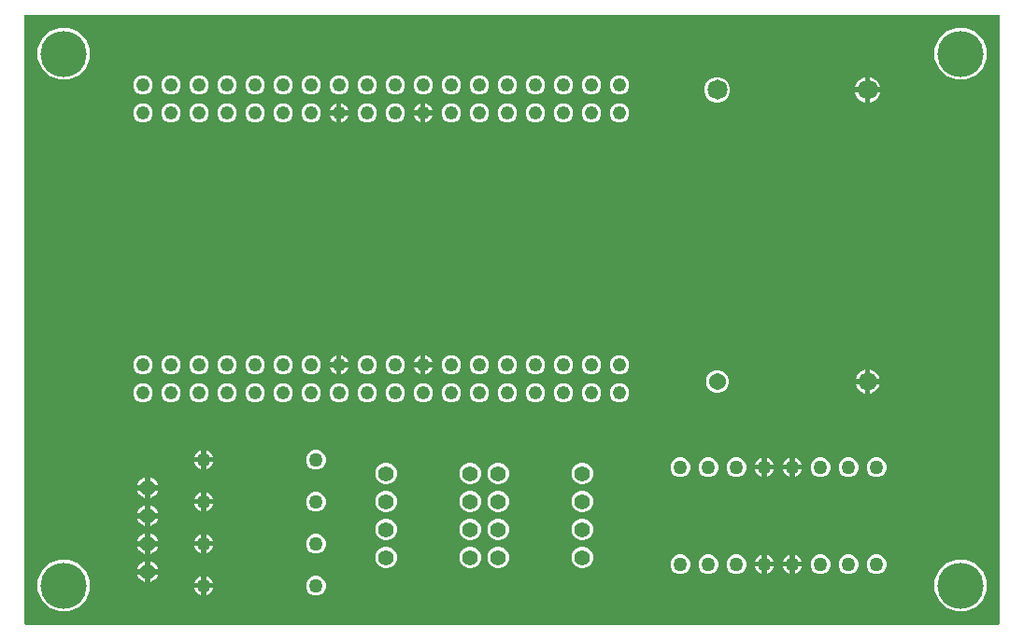
<source format=gbr>
G04 EAGLE Gerber RS-274X export*
G75*
%MOIN*%
%FSLAX34Y34*%
%LPD*%
%INCopper Layer 2*%
%IPPOS*%
%AMOC8*
5,1,8,0,0,1.08239X$1,22.5*%
G01*
%ADD10C,0.071654*%
%ADD11C,0.066142*%
%ADD12C,0.060630*%
%ADD13C,0.049000*%
%ADD14C,0.049606*%
%ADD15C,0.056000*%
%ADD16C,0.165000*%
%ADD17C,0.025780*%

G36*
X34855Y101D02*
X34855Y101D01*
X34860Y102D01*
X34861Y102D01*
X34862Y102D01*
X34867Y104D01*
X34872Y106D01*
X34873Y106D01*
X34874Y107D01*
X34878Y110D01*
X34882Y113D01*
X34883Y114D01*
X34884Y114D01*
X34887Y118D01*
X34890Y122D01*
X34891Y123D01*
X34892Y124D01*
X34894Y128D01*
X34896Y133D01*
X34896Y134D01*
X34897Y135D01*
X34899Y147D01*
X34899Y149D01*
X34899Y150D01*
X34899Y21850D01*
X34899Y21855D01*
X34898Y21860D01*
X34898Y21861D01*
X34898Y21862D01*
X34896Y21867D01*
X34894Y21872D01*
X34894Y21873D01*
X34893Y21874D01*
X34890Y21878D01*
X34887Y21882D01*
X34886Y21883D01*
X34886Y21884D01*
X34882Y21887D01*
X34878Y21890D01*
X34877Y21891D01*
X34876Y21892D01*
X34872Y21894D01*
X34867Y21896D01*
X34866Y21896D01*
X34865Y21897D01*
X34853Y21899D01*
X34851Y21899D01*
X34850Y21899D01*
X150Y21899D01*
X145Y21899D01*
X140Y21898D01*
X139Y21898D01*
X138Y21898D01*
X133Y21896D01*
X128Y21894D01*
X127Y21894D01*
X126Y21893D01*
X122Y21890D01*
X118Y21887D01*
X117Y21886D01*
X116Y21886D01*
X113Y21882D01*
X110Y21878D01*
X109Y21877D01*
X108Y21876D01*
X106Y21872D01*
X104Y21867D01*
X104Y21866D01*
X103Y21865D01*
X101Y21853D01*
X101Y21851D01*
X101Y21850D01*
X101Y150D01*
X101Y145D01*
X102Y140D01*
X102Y139D01*
X102Y138D01*
X104Y133D01*
X106Y128D01*
X106Y127D01*
X107Y126D01*
X110Y122D01*
X113Y118D01*
X114Y117D01*
X114Y116D01*
X118Y113D01*
X122Y110D01*
X123Y109D01*
X124Y108D01*
X128Y106D01*
X133Y104D01*
X134Y104D01*
X135Y103D01*
X147Y101D01*
X149Y101D01*
X150Y101D01*
X34850Y101D01*
X34855Y101D01*
G37*
%LPC*%
G36*
X33316Y19574D02*
X33316Y19574D01*
X32976Y19715D01*
X32715Y19976D01*
X32574Y20316D01*
X32574Y20684D01*
X32715Y21024D01*
X32976Y21285D01*
X33316Y21426D01*
X33684Y21426D01*
X34024Y21285D01*
X34285Y21024D01*
X34426Y20684D01*
X34426Y20316D01*
X34285Y19976D01*
X34024Y19715D01*
X33684Y19574D01*
X33316Y19574D01*
G37*
%LPD*%
%LPC*%
G36*
X1316Y19574D02*
X1316Y19574D01*
X976Y19715D01*
X715Y19976D01*
X574Y20316D01*
X574Y20684D01*
X715Y21024D01*
X976Y21285D01*
X1316Y21426D01*
X1684Y21426D01*
X2024Y21285D01*
X2285Y21024D01*
X2426Y20684D01*
X2426Y20316D01*
X2285Y19976D01*
X2024Y19715D01*
X1684Y19574D01*
X1316Y19574D01*
G37*
%LPD*%
%LPC*%
G36*
X1316Y574D02*
X1316Y574D01*
X976Y715D01*
X715Y976D01*
X574Y1316D01*
X574Y1684D01*
X715Y2024D01*
X976Y2285D01*
X1316Y2426D01*
X1684Y2426D01*
X2024Y2285D01*
X2285Y2024D01*
X2426Y1684D01*
X2426Y1316D01*
X2285Y976D01*
X2024Y715D01*
X1684Y574D01*
X1316Y574D01*
G37*
%LPD*%
%LPC*%
G36*
X33316Y574D02*
X33316Y574D01*
X32976Y715D01*
X32715Y976D01*
X32574Y1316D01*
X32574Y1684D01*
X32715Y2024D01*
X32976Y2285D01*
X33316Y2426D01*
X33684Y2426D01*
X34024Y2285D01*
X34285Y2024D01*
X34426Y1684D01*
X34426Y1316D01*
X34285Y976D01*
X34024Y715D01*
X33684Y574D01*
X33316Y574D01*
G37*
%LPD*%
%LPC*%
G36*
X24728Y18754D02*
X24728Y18754D01*
X24559Y18823D01*
X24430Y18953D01*
X24360Y19121D01*
X24360Y19304D01*
X24430Y19473D01*
X24559Y19602D01*
X24728Y19672D01*
X24910Y19672D01*
X25079Y19602D01*
X25208Y19473D01*
X25278Y19304D01*
X25278Y19121D01*
X25208Y18953D01*
X25079Y18823D01*
X24910Y18754D01*
X24728Y18754D01*
G37*
%LPD*%
%LPC*%
G36*
X24739Y8384D02*
X24739Y8384D01*
X24590Y8445D01*
X24476Y8559D01*
X24415Y8707D01*
X24415Y8868D01*
X24476Y9016D01*
X24590Y9130D01*
X24739Y9191D01*
X24899Y9191D01*
X25048Y9130D01*
X25161Y9016D01*
X25223Y8868D01*
X25223Y8707D01*
X25161Y8559D01*
X25048Y8445D01*
X24899Y8384D01*
X24739Y8384D01*
G37*
%LPD*%
%LPC*%
G36*
X16924Y3119D02*
X16924Y3119D01*
X16784Y3177D01*
X16677Y3284D01*
X16619Y3424D01*
X16619Y3576D01*
X16677Y3716D01*
X16784Y3823D01*
X16924Y3881D01*
X17076Y3881D01*
X17216Y3823D01*
X17323Y3716D01*
X17381Y3576D01*
X17381Y3424D01*
X17323Y3284D01*
X17216Y3177D01*
X17076Y3119D01*
X16924Y3119D01*
G37*
%LPD*%
%LPC*%
G36*
X19924Y3119D02*
X19924Y3119D01*
X19784Y3177D01*
X19677Y3284D01*
X19619Y3424D01*
X19619Y3576D01*
X19677Y3716D01*
X19784Y3823D01*
X19924Y3881D01*
X20076Y3881D01*
X20216Y3823D01*
X20323Y3716D01*
X20381Y3576D01*
X20381Y3424D01*
X20323Y3284D01*
X20216Y3177D01*
X20076Y3119D01*
X19924Y3119D01*
G37*
%LPD*%
%LPC*%
G36*
X12924Y4119D02*
X12924Y4119D01*
X12784Y4177D01*
X12677Y4284D01*
X12619Y4424D01*
X12619Y4576D01*
X12677Y4716D01*
X12784Y4823D01*
X12924Y4881D01*
X13076Y4881D01*
X13216Y4823D01*
X13323Y4716D01*
X13381Y4576D01*
X13381Y4424D01*
X13323Y4284D01*
X13216Y4177D01*
X13076Y4119D01*
X12924Y4119D01*
G37*
%LPD*%
%LPC*%
G36*
X15924Y4119D02*
X15924Y4119D01*
X15784Y4177D01*
X15677Y4284D01*
X15619Y4424D01*
X15619Y4576D01*
X15677Y4716D01*
X15784Y4823D01*
X15924Y4881D01*
X16076Y4881D01*
X16216Y4823D01*
X16323Y4716D01*
X16381Y4576D01*
X16381Y4424D01*
X16323Y4284D01*
X16216Y4177D01*
X16076Y4119D01*
X15924Y4119D01*
G37*
%LPD*%
%LPC*%
G36*
X16924Y4119D02*
X16924Y4119D01*
X16784Y4177D01*
X16677Y4284D01*
X16619Y4424D01*
X16619Y4576D01*
X16677Y4716D01*
X16784Y4823D01*
X16924Y4881D01*
X17076Y4881D01*
X17216Y4823D01*
X17323Y4716D01*
X17381Y4576D01*
X17381Y4424D01*
X17323Y4284D01*
X17216Y4177D01*
X17076Y4119D01*
X16924Y4119D01*
G37*
%LPD*%
%LPC*%
G36*
X19924Y4119D02*
X19924Y4119D01*
X19784Y4177D01*
X19677Y4284D01*
X19619Y4424D01*
X19619Y4576D01*
X19677Y4716D01*
X19784Y4823D01*
X19924Y4881D01*
X20076Y4881D01*
X20216Y4823D01*
X20323Y4716D01*
X20381Y4576D01*
X20381Y4424D01*
X20323Y4284D01*
X20216Y4177D01*
X20076Y4119D01*
X19924Y4119D01*
G37*
%LPD*%
%LPC*%
G36*
X16924Y5119D02*
X16924Y5119D01*
X16784Y5177D01*
X16677Y5284D01*
X16619Y5424D01*
X16619Y5576D01*
X16677Y5716D01*
X16784Y5823D01*
X16924Y5881D01*
X17076Y5881D01*
X17216Y5823D01*
X17323Y5716D01*
X17381Y5576D01*
X17381Y5424D01*
X17323Y5284D01*
X17216Y5177D01*
X17076Y5119D01*
X16924Y5119D01*
G37*
%LPD*%
%LPC*%
G36*
X19924Y5119D02*
X19924Y5119D01*
X19784Y5177D01*
X19677Y5284D01*
X19619Y5424D01*
X19619Y5576D01*
X19677Y5716D01*
X19784Y5823D01*
X19924Y5881D01*
X20076Y5881D01*
X20216Y5823D01*
X20323Y5716D01*
X20381Y5576D01*
X20381Y5424D01*
X20323Y5284D01*
X20216Y5177D01*
X20076Y5119D01*
X19924Y5119D01*
G37*
%LPD*%
%LPC*%
G36*
X15924Y5119D02*
X15924Y5119D01*
X15784Y5177D01*
X15677Y5284D01*
X15619Y5424D01*
X15619Y5576D01*
X15677Y5716D01*
X15784Y5823D01*
X15924Y5881D01*
X16076Y5881D01*
X16216Y5823D01*
X16323Y5716D01*
X16381Y5576D01*
X16381Y5424D01*
X16323Y5284D01*
X16216Y5177D01*
X16076Y5119D01*
X15924Y5119D01*
G37*
%LPD*%
%LPC*%
G36*
X12924Y5119D02*
X12924Y5119D01*
X12784Y5177D01*
X12677Y5284D01*
X12619Y5424D01*
X12619Y5576D01*
X12677Y5716D01*
X12784Y5823D01*
X12924Y5881D01*
X13076Y5881D01*
X13216Y5823D01*
X13323Y5716D01*
X13381Y5576D01*
X13381Y5424D01*
X13323Y5284D01*
X13216Y5177D01*
X13076Y5119D01*
X12924Y5119D01*
G37*
%LPD*%
%LPC*%
G36*
X12924Y3119D02*
X12924Y3119D01*
X12784Y3177D01*
X12677Y3284D01*
X12619Y3424D01*
X12619Y3576D01*
X12677Y3716D01*
X12784Y3823D01*
X12924Y3881D01*
X13076Y3881D01*
X13216Y3823D01*
X13323Y3716D01*
X13381Y3576D01*
X13381Y3424D01*
X13323Y3284D01*
X13216Y3177D01*
X13076Y3119D01*
X12924Y3119D01*
G37*
%LPD*%
%LPC*%
G36*
X16924Y2119D02*
X16924Y2119D01*
X16784Y2177D01*
X16677Y2284D01*
X16619Y2424D01*
X16619Y2576D01*
X16677Y2716D01*
X16784Y2823D01*
X16924Y2881D01*
X17076Y2881D01*
X17216Y2823D01*
X17323Y2716D01*
X17381Y2576D01*
X17381Y2424D01*
X17323Y2284D01*
X17216Y2177D01*
X17076Y2119D01*
X16924Y2119D01*
G37*
%LPD*%
%LPC*%
G36*
X19924Y2119D02*
X19924Y2119D01*
X19784Y2177D01*
X19677Y2284D01*
X19619Y2424D01*
X19619Y2576D01*
X19677Y2716D01*
X19784Y2823D01*
X19924Y2881D01*
X20076Y2881D01*
X20216Y2823D01*
X20323Y2716D01*
X20381Y2576D01*
X20381Y2424D01*
X20323Y2284D01*
X20216Y2177D01*
X20076Y2119D01*
X19924Y2119D01*
G37*
%LPD*%
%LPC*%
G36*
X12924Y2119D02*
X12924Y2119D01*
X12784Y2177D01*
X12677Y2284D01*
X12619Y2424D01*
X12619Y2576D01*
X12677Y2716D01*
X12784Y2823D01*
X12924Y2881D01*
X13076Y2881D01*
X13216Y2823D01*
X13323Y2716D01*
X13381Y2576D01*
X13381Y2424D01*
X13323Y2284D01*
X13216Y2177D01*
X13076Y2119D01*
X12924Y2119D01*
G37*
%LPD*%
%LPC*%
G36*
X15924Y2119D02*
X15924Y2119D01*
X15784Y2177D01*
X15677Y2284D01*
X15619Y2424D01*
X15619Y2576D01*
X15677Y2716D01*
X15784Y2823D01*
X15924Y2881D01*
X16076Y2881D01*
X16216Y2823D01*
X16323Y2716D01*
X16381Y2576D01*
X16381Y2424D01*
X16323Y2284D01*
X16216Y2177D01*
X16076Y2119D01*
X15924Y2119D01*
G37*
%LPD*%
%LPC*%
G36*
X15924Y3119D02*
X15924Y3119D01*
X15784Y3177D01*
X15677Y3284D01*
X15619Y3424D01*
X15619Y3576D01*
X15677Y3716D01*
X15784Y3823D01*
X15924Y3881D01*
X16076Y3881D01*
X16216Y3823D01*
X16323Y3716D01*
X16381Y3576D01*
X16381Y3424D01*
X16323Y3284D01*
X16216Y3177D01*
X16076Y3119D01*
X15924Y3119D01*
G37*
%LPD*%
%LPC*%
G36*
X10431Y1151D02*
X10431Y1151D01*
X10302Y1204D01*
X10204Y1302D01*
X10151Y1431D01*
X10151Y1569D01*
X10204Y1698D01*
X10302Y1796D01*
X10431Y1849D01*
X10569Y1849D01*
X10698Y1796D01*
X10796Y1698D01*
X10849Y1569D01*
X10849Y1431D01*
X10796Y1302D01*
X10698Y1204D01*
X10569Y1151D01*
X10431Y1151D01*
G37*
%LPD*%
%LPC*%
G36*
X29431Y5384D02*
X29431Y5384D01*
X29302Y5437D01*
X29204Y5535D01*
X29151Y5663D01*
X29151Y5802D01*
X29204Y5930D01*
X29302Y6028D01*
X29431Y6081D01*
X29569Y6081D01*
X29698Y6028D01*
X29796Y5930D01*
X29849Y5802D01*
X29849Y5663D01*
X29796Y5535D01*
X29698Y5437D01*
X29569Y5384D01*
X29431Y5384D01*
G37*
%LPD*%
%LPC*%
G36*
X30431Y5384D02*
X30431Y5384D01*
X30302Y5437D01*
X30204Y5535D01*
X30151Y5663D01*
X30151Y5802D01*
X30204Y5930D01*
X30302Y6028D01*
X30431Y6081D01*
X30569Y6081D01*
X30698Y6028D01*
X30796Y5930D01*
X30849Y5802D01*
X30849Y5663D01*
X30796Y5535D01*
X30698Y5437D01*
X30569Y5384D01*
X30431Y5384D01*
G37*
%LPD*%
%LPC*%
G36*
X23431Y5384D02*
X23431Y5384D01*
X23302Y5437D01*
X23204Y5535D01*
X23151Y5663D01*
X23151Y5802D01*
X23204Y5930D01*
X23302Y6028D01*
X23431Y6081D01*
X23569Y6081D01*
X23698Y6028D01*
X23796Y5930D01*
X23849Y5802D01*
X23849Y5663D01*
X23796Y5535D01*
X23698Y5437D01*
X23569Y5384D01*
X23431Y5384D01*
G37*
%LPD*%
%LPC*%
G36*
X30431Y1919D02*
X30431Y1919D01*
X30302Y1972D01*
X30204Y2070D01*
X30151Y2198D01*
X30151Y2337D01*
X30204Y2465D01*
X30302Y2563D01*
X30431Y2616D01*
X30569Y2616D01*
X30698Y2563D01*
X30796Y2465D01*
X30849Y2337D01*
X30849Y2198D01*
X30796Y2070D01*
X30698Y1972D01*
X30569Y1919D01*
X30431Y1919D01*
G37*
%LPD*%
%LPC*%
G36*
X24431Y5384D02*
X24431Y5384D01*
X24302Y5437D01*
X24204Y5535D01*
X24151Y5663D01*
X24151Y5802D01*
X24204Y5930D01*
X24302Y6028D01*
X24431Y6081D01*
X24569Y6081D01*
X24698Y6028D01*
X24796Y5930D01*
X24849Y5802D01*
X24849Y5663D01*
X24796Y5535D01*
X24698Y5437D01*
X24569Y5384D01*
X24431Y5384D01*
G37*
%LPD*%
%LPC*%
G36*
X10431Y5651D02*
X10431Y5651D01*
X10302Y5704D01*
X10204Y5802D01*
X10151Y5931D01*
X10151Y6069D01*
X10204Y6198D01*
X10302Y6296D01*
X10431Y6349D01*
X10569Y6349D01*
X10698Y6296D01*
X10796Y6198D01*
X10849Y6069D01*
X10849Y5931D01*
X10796Y5802D01*
X10698Y5704D01*
X10569Y5651D01*
X10431Y5651D01*
G37*
%LPD*%
%LPC*%
G36*
X10431Y2651D02*
X10431Y2651D01*
X10302Y2704D01*
X10204Y2802D01*
X10151Y2931D01*
X10151Y3069D01*
X10204Y3198D01*
X10302Y3296D01*
X10431Y3349D01*
X10569Y3349D01*
X10698Y3296D01*
X10796Y3198D01*
X10849Y3069D01*
X10849Y2931D01*
X10796Y2802D01*
X10698Y2704D01*
X10569Y2651D01*
X10431Y2651D01*
G37*
%LPD*%
%LPC*%
G36*
X24431Y1919D02*
X24431Y1919D01*
X24302Y1972D01*
X24204Y2070D01*
X24151Y2198D01*
X24151Y2337D01*
X24204Y2465D01*
X24302Y2563D01*
X24431Y2616D01*
X24569Y2616D01*
X24698Y2563D01*
X24796Y2465D01*
X24849Y2337D01*
X24849Y2198D01*
X24796Y2070D01*
X24698Y1972D01*
X24569Y1919D01*
X24431Y1919D01*
G37*
%LPD*%
%LPC*%
G36*
X23431Y1919D02*
X23431Y1919D01*
X23302Y1972D01*
X23204Y2070D01*
X23151Y2198D01*
X23151Y2337D01*
X23204Y2465D01*
X23302Y2563D01*
X23431Y2616D01*
X23569Y2616D01*
X23698Y2563D01*
X23796Y2465D01*
X23849Y2337D01*
X23849Y2198D01*
X23796Y2070D01*
X23698Y1972D01*
X23569Y1919D01*
X23431Y1919D01*
G37*
%LPD*%
%LPC*%
G36*
X10431Y4151D02*
X10431Y4151D01*
X10302Y4204D01*
X10204Y4302D01*
X10151Y4431D01*
X10151Y4569D01*
X10204Y4698D01*
X10302Y4796D01*
X10431Y4849D01*
X10569Y4849D01*
X10698Y4796D01*
X10796Y4698D01*
X10849Y4569D01*
X10849Y4431D01*
X10796Y4302D01*
X10698Y4204D01*
X10569Y4151D01*
X10431Y4151D01*
G37*
%LPD*%
%LPC*%
G36*
X29431Y1919D02*
X29431Y1919D01*
X29302Y1972D01*
X29204Y2070D01*
X29151Y2198D01*
X29151Y2337D01*
X29204Y2465D01*
X29302Y2563D01*
X29431Y2616D01*
X29569Y2616D01*
X29698Y2563D01*
X29796Y2465D01*
X29849Y2337D01*
X29849Y2198D01*
X29796Y2070D01*
X29698Y1972D01*
X29569Y1919D01*
X29431Y1919D01*
G37*
%LPD*%
%LPC*%
G36*
X28431Y1919D02*
X28431Y1919D01*
X28302Y1972D01*
X28204Y2070D01*
X28151Y2198D01*
X28151Y2337D01*
X28204Y2465D01*
X28302Y2563D01*
X28431Y2616D01*
X28569Y2616D01*
X28698Y2563D01*
X28796Y2465D01*
X28849Y2337D01*
X28849Y2198D01*
X28796Y2070D01*
X28698Y1972D01*
X28569Y1919D01*
X28431Y1919D01*
G37*
%LPD*%
%LPC*%
G36*
X25431Y1919D02*
X25431Y1919D01*
X25302Y1972D01*
X25204Y2070D01*
X25151Y2198D01*
X25151Y2337D01*
X25204Y2465D01*
X25302Y2563D01*
X25431Y2616D01*
X25569Y2616D01*
X25698Y2563D01*
X25796Y2465D01*
X25849Y2337D01*
X25849Y2198D01*
X25796Y2070D01*
X25698Y1972D01*
X25569Y1919D01*
X25431Y1919D01*
G37*
%LPD*%
%LPC*%
G36*
X28431Y5384D02*
X28431Y5384D01*
X28302Y5437D01*
X28204Y5535D01*
X28151Y5663D01*
X28151Y5802D01*
X28204Y5930D01*
X28302Y6028D01*
X28431Y6081D01*
X28569Y6081D01*
X28698Y6028D01*
X28796Y5930D01*
X28849Y5802D01*
X28849Y5663D01*
X28796Y5535D01*
X28698Y5437D01*
X28569Y5384D01*
X28431Y5384D01*
G37*
%LPD*%
%LPC*%
G36*
X25431Y5384D02*
X25431Y5384D01*
X25302Y5437D01*
X25204Y5535D01*
X25151Y5663D01*
X25151Y5802D01*
X25204Y5930D01*
X25302Y6028D01*
X25431Y6081D01*
X25569Y6081D01*
X25698Y6028D01*
X25796Y5930D01*
X25849Y5802D01*
X25849Y5663D01*
X25796Y5535D01*
X25698Y5437D01*
X25569Y5384D01*
X25431Y5384D01*
G37*
%LPD*%
%LPC*%
G36*
X21258Y19044D02*
X21258Y19044D01*
X21131Y19097D01*
X21034Y19194D01*
X20981Y19321D01*
X20981Y19459D01*
X21034Y19586D01*
X21131Y19683D01*
X21258Y19736D01*
X21396Y19736D01*
X21523Y19683D01*
X21620Y19586D01*
X21673Y19459D01*
X21673Y19321D01*
X21620Y19194D01*
X21523Y19097D01*
X21396Y19044D01*
X21258Y19044D01*
G37*
%LPD*%
%LPC*%
G36*
X20258Y19044D02*
X20258Y19044D01*
X20131Y19097D01*
X20034Y19194D01*
X19981Y19321D01*
X19981Y19459D01*
X20034Y19586D01*
X20131Y19683D01*
X20258Y19736D01*
X20396Y19736D01*
X20523Y19683D01*
X20620Y19586D01*
X20673Y19459D01*
X20673Y19321D01*
X20620Y19194D01*
X20523Y19097D01*
X20396Y19044D01*
X20258Y19044D01*
G37*
%LPD*%
%LPC*%
G36*
X19258Y19044D02*
X19258Y19044D01*
X19131Y19097D01*
X19034Y19194D01*
X18981Y19321D01*
X18981Y19459D01*
X19034Y19586D01*
X19131Y19683D01*
X19258Y19736D01*
X19396Y19736D01*
X19523Y19683D01*
X19620Y19586D01*
X19673Y19459D01*
X19673Y19321D01*
X19620Y19194D01*
X19523Y19097D01*
X19396Y19044D01*
X19258Y19044D01*
G37*
%LPD*%
%LPC*%
G36*
X18258Y19044D02*
X18258Y19044D01*
X18131Y19097D01*
X18034Y19194D01*
X17981Y19321D01*
X17981Y19459D01*
X18034Y19586D01*
X18131Y19683D01*
X18258Y19736D01*
X18396Y19736D01*
X18523Y19683D01*
X18620Y19586D01*
X18673Y19459D01*
X18673Y19321D01*
X18620Y19194D01*
X18523Y19097D01*
X18396Y19044D01*
X18258Y19044D01*
G37*
%LPD*%
%LPC*%
G36*
X17258Y19044D02*
X17258Y19044D01*
X17131Y19097D01*
X17034Y19194D01*
X16981Y19321D01*
X16981Y19459D01*
X17034Y19586D01*
X17131Y19683D01*
X17258Y19736D01*
X17396Y19736D01*
X17523Y19683D01*
X17620Y19586D01*
X17673Y19459D01*
X17673Y19321D01*
X17620Y19194D01*
X17523Y19097D01*
X17396Y19044D01*
X17258Y19044D01*
G37*
%LPD*%
%LPC*%
G36*
X16258Y19044D02*
X16258Y19044D01*
X16131Y19097D01*
X16034Y19194D01*
X15981Y19321D01*
X15981Y19459D01*
X16034Y19586D01*
X16131Y19683D01*
X16258Y19736D01*
X16396Y19736D01*
X16523Y19683D01*
X16620Y19586D01*
X16673Y19459D01*
X16673Y19321D01*
X16620Y19194D01*
X16523Y19097D01*
X16396Y19044D01*
X16258Y19044D01*
G37*
%LPD*%
%LPC*%
G36*
X15258Y19044D02*
X15258Y19044D01*
X15131Y19097D01*
X15034Y19194D01*
X14981Y19321D01*
X14981Y19459D01*
X15034Y19586D01*
X15131Y19683D01*
X15258Y19736D01*
X15396Y19736D01*
X15523Y19683D01*
X15620Y19586D01*
X15673Y19459D01*
X15673Y19321D01*
X15620Y19194D01*
X15523Y19097D01*
X15396Y19044D01*
X15258Y19044D01*
G37*
%LPD*%
%LPC*%
G36*
X14258Y19044D02*
X14258Y19044D01*
X14131Y19097D01*
X14034Y19194D01*
X13981Y19321D01*
X13981Y19459D01*
X14034Y19586D01*
X14131Y19683D01*
X14258Y19736D01*
X14396Y19736D01*
X14523Y19683D01*
X14620Y19586D01*
X14673Y19459D01*
X14673Y19321D01*
X14620Y19194D01*
X14523Y19097D01*
X14396Y19044D01*
X14258Y19044D01*
G37*
%LPD*%
%LPC*%
G36*
X13258Y19044D02*
X13258Y19044D01*
X13131Y19097D01*
X13034Y19194D01*
X12981Y19321D01*
X12981Y19459D01*
X13034Y19586D01*
X13131Y19683D01*
X13258Y19736D01*
X13396Y19736D01*
X13523Y19683D01*
X13620Y19586D01*
X13673Y19459D01*
X13673Y19321D01*
X13620Y19194D01*
X13523Y19097D01*
X13396Y19044D01*
X13258Y19044D01*
G37*
%LPD*%
%LPC*%
G36*
X12258Y19044D02*
X12258Y19044D01*
X12131Y19097D01*
X12034Y19194D01*
X11981Y19321D01*
X11981Y19459D01*
X12034Y19586D01*
X12131Y19683D01*
X12258Y19736D01*
X12396Y19736D01*
X12523Y19683D01*
X12620Y19586D01*
X12673Y19459D01*
X12673Y19321D01*
X12620Y19194D01*
X12523Y19097D01*
X12396Y19044D01*
X12258Y19044D01*
G37*
%LPD*%
%LPC*%
G36*
X10258Y19044D02*
X10258Y19044D01*
X10131Y19097D01*
X10034Y19194D01*
X9981Y19321D01*
X9981Y19459D01*
X10034Y19586D01*
X10131Y19683D01*
X10258Y19736D01*
X10396Y19736D01*
X10523Y19683D01*
X10620Y19586D01*
X10673Y19459D01*
X10673Y19321D01*
X10620Y19194D01*
X10523Y19097D01*
X10396Y19044D01*
X10258Y19044D01*
G37*
%LPD*%
%LPC*%
G36*
X9258Y19044D02*
X9258Y19044D01*
X9131Y19097D01*
X9034Y19194D01*
X8981Y19321D01*
X8981Y19459D01*
X9034Y19586D01*
X9131Y19683D01*
X9258Y19736D01*
X9396Y19736D01*
X9523Y19683D01*
X9620Y19586D01*
X9673Y19459D01*
X9673Y19321D01*
X9620Y19194D01*
X9523Y19097D01*
X9396Y19044D01*
X9258Y19044D01*
G37*
%LPD*%
%LPC*%
G36*
X8258Y19044D02*
X8258Y19044D01*
X8131Y19097D01*
X8034Y19194D01*
X7981Y19321D01*
X7981Y19459D01*
X8034Y19586D01*
X8131Y19683D01*
X8258Y19736D01*
X8396Y19736D01*
X8523Y19683D01*
X8620Y19586D01*
X8673Y19459D01*
X8673Y19321D01*
X8620Y19194D01*
X8523Y19097D01*
X8396Y19044D01*
X8258Y19044D01*
G37*
%LPD*%
%LPC*%
G36*
X7258Y19044D02*
X7258Y19044D01*
X7131Y19097D01*
X7034Y19194D01*
X6981Y19321D01*
X6981Y19459D01*
X7034Y19586D01*
X7131Y19683D01*
X7258Y19736D01*
X7396Y19736D01*
X7523Y19683D01*
X7620Y19586D01*
X7673Y19459D01*
X7673Y19321D01*
X7620Y19194D01*
X7523Y19097D01*
X7396Y19044D01*
X7258Y19044D01*
G37*
%LPD*%
%LPC*%
G36*
X6258Y19044D02*
X6258Y19044D01*
X6131Y19097D01*
X6034Y19194D01*
X5981Y19321D01*
X5981Y19459D01*
X6034Y19586D01*
X6131Y19683D01*
X6258Y19736D01*
X6396Y19736D01*
X6523Y19683D01*
X6620Y19586D01*
X6673Y19459D01*
X6673Y19321D01*
X6620Y19194D01*
X6523Y19097D01*
X6396Y19044D01*
X6258Y19044D01*
G37*
%LPD*%
%LPC*%
G36*
X5258Y19044D02*
X5258Y19044D01*
X5131Y19097D01*
X5034Y19194D01*
X4981Y19321D01*
X4981Y19459D01*
X5034Y19586D01*
X5131Y19683D01*
X5258Y19736D01*
X5396Y19736D01*
X5523Y19683D01*
X5620Y19586D01*
X5673Y19459D01*
X5673Y19321D01*
X5620Y19194D01*
X5523Y19097D01*
X5396Y19044D01*
X5258Y19044D01*
G37*
%LPD*%
%LPC*%
G36*
X4258Y19044D02*
X4258Y19044D01*
X4131Y19097D01*
X4034Y19194D01*
X3981Y19321D01*
X3981Y19459D01*
X4034Y19586D01*
X4131Y19683D01*
X4258Y19736D01*
X4396Y19736D01*
X4523Y19683D01*
X4620Y19586D01*
X4673Y19459D01*
X4673Y19321D01*
X4620Y19194D01*
X4523Y19097D01*
X4396Y19044D01*
X4258Y19044D01*
G37*
%LPD*%
%LPC*%
G36*
X21258Y8044D02*
X21258Y8044D01*
X21131Y8097D01*
X21034Y8194D01*
X20981Y8321D01*
X20981Y8459D01*
X21034Y8586D01*
X21131Y8683D01*
X21258Y8736D01*
X21396Y8736D01*
X21523Y8683D01*
X21620Y8586D01*
X21673Y8459D01*
X21673Y8321D01*
X21620Y8194D01*
X21523Y8097D01*
X21396Y8044D01*
X21258Y8044D01*
G37*
%LPD*%
%LPC*%
G36*
X10258Y8044D02*
X10258Y8044D01*
X10131Y8097D01*
X10034Y8194D01*
X9981Y8321D01*
X9981Y8459D01*
X10034Y8586D01*
X10131Y8683D01*
X10258Y8736D01*
X10396Y8736D01*
X10523Y8683D01*
X10620Y8586D01*
X10673Y8459D01*
X10673Y8321D01*
X10620Y8194D01*
X10523Y8097D01*
X10396Y8044D01*
X10258Y8044D01*
G37*
%LPD*%
%LPC*%
G36*
X11258Y19044D02*
X11258Y19044D01*
X11131Y19097D01*
X11034Y19194D01*
X10981Y19321D01*
X10981Y19459D01*
X11034Y19586D01*
X11131Y19683D01*
X11258Y19736D01*
X11396Y19736D01*
X11523Y19683D01*
X11620Y19586D01*
X11673Y19459D01*
X11673Y19321D01*
X11620Y19194D01*
X11523Y19097D01*
X11396Y19044D01*
X11258Y19044D01*
G37*
%LPD*%
%LPC*%
G36*
X5258Y18044D02*
X5258Y18044D01*
X5131Y18097D01*
X5034Y18194D01*
X4981Y18321D01*
X4981Y18459D01*
X5034Y18586D01*
X5131Y18683D01*
X5258Y18736D01*
X5396Y18736D01*
X5523Y18683D01*
X5620Y18586D01*
X5673Y18459D01*
X5673Y18321D01*
X5620Y18194D01*
X5523Y18097D01*
X5396Y18044D01*
X5258Y18044D01*
G37*
%LPD*%
%LPC*%
G36*
X4258Y18044D02*
X4258Y18044D01*
X4131Y18097D01*
X4034Y18194D01*
X3981Y18321D01*
X3981Y18459D01*
X4034Y18586D01*
X4131Y18683D01*
X4258Y18736D01*
X4396Y18736D01*
X4523Y18683D01*
X4620Y18586D01*
X4673Y18459D01*
X4673Y18321D01*
X4620Y18194D01*
X4523Y18097D01*
X4396Y18044D01*
X4258Y18044D01*
G37*
%LPD*%
%LPC*%
G36*
X21258Y18044D02*
X21258Y18044D01*
X21131Y18097D01*
X21034Y18194D01*
X20981Y18321D01*
X20981Y18459D01*
X21034Y18586D01*
X21131Y18683D01*
X21258Y18736D01*
X21396Y18736D01*
X21523Y18683D01*
X21620Y18586D01*
X21673Y18459D01*
X21673Y18321D01*
X21620Y18194D01*
X21523Y18097D01*
X21396Y18044D01*
X21258Y18044D01*
G37*
%LPD*%
%LPC*%
G36*
X20258Y18044D02*
X20258Y18044D01*
X20131Y18097D01*
X20034Y18194D01*
X19981Y18321D01*
X19981Y18459D01*
X20034Y18586D01*
X20131Y18683D01*
X20258Y18736D01*
X20396Y18736D01*
X20523Y18683D01*
X20620Y18586D01*
X20673Y18459D01*
X20673Y18321D01*
X20620Y18194D01*
X20523Y18097D01*
X20396Y18044D01*
X20258Y18044D01*
G37*
%LPD*%
%LPC*%
G36*
X19258Y18044D02*
X19258Y18044D01*
X19131Y18097D01*
X19034Y18194D01*
X18981Y18321D01*
X18981Y18459D01*
X19034Y18586D01*
X19131Y18683D01*
X19258Y18736D01*
X19396Y18736D01*
X19523Y18683D01*
X19620Y18586D01*
X19673Y18459D01*
X19673Y18321D01*
X19620Y18194D01*
X19523Y18097D01*
X19396Y18044D01*
X19258Y18044D01*
G37*
%LPD*%
%LPC*%
G36*
X18258Y18044D02*
X18258Y18044D01*
X18131Y18097D01*
X18034Y18194D01*
X17981Y18321D01*
X17981Y18459D01*
X18034Y18586D01*
X18131Y18683D01*
X18258Y18736D01*
X18396Y18736D01*
X18523Y18683D01*
X18620Y18586D01*
X18673Y18459D01*
X18673Y18321D01*
X18620Y18194D01*
X18523Y18097D01*
X18396Y18044D01*
X18258Y18044D01*
G37*
%LPD*%
%LPC*%
G36*
X17258Y18044D02*
X17258Y18044D01*
X17131Y18097D01*
X17034Y18194D01*
X16981Y18321D01*
X16981Y18459D01*
X17034Y18586D01*
X17131Y18683D01*
X17258Y18736D01*
X17396Y18736D01*
X17523Y18683D01*
X17620Y18586D01*
X17673Y18459D01*
X17673Y18321D01*
X17620Y18194D01*
X17523Y18097D01*
X17396Y18044D01*
X17258Y18044D01*
G37*
%LPD*%
%LPC*%
G36*
X4258Y9044D02*
X4258Y9044D01*
X4131Y9097D01*
X4034Y9194D01*
X3981Y9321D01*
X3981Y9459D01*
X4034Y9586D01*
X4131Y9683D01*
X4258Y9736D01*
X4396Y9736D01*
X4523Y9683D01*
X4620Y9586D01*
X4673Y9459D01*
X4673Y9321D01*
X4620Y9194D01*
X4523Y9097D01*
X4396Y9044D01*
X4258Y9044D01*
G37*
%LPD*%
%LPC*%
G36*
X20258Y9044D02*
X20258Y9044D01*
X20131Y9097D01*
X20034Y9194D01*
X19981Y9321D01*
X19981Y9459D01*
X20034Y9586D01*
X20131Y9683D01*
X20258Y9736D01*
X20396Y9736D01*
X20523Y9683D01*
X20620Y9586D01*
X20673Y9459D01*
X20673Y9321D01*
X20620Y9194D01*
X20523Y9097D01*
X20396Y9044D01*
X20258Y9044D01*
G37*
%LPD*%
%LPC*%
G36*
X19258Y9044D02*
X19258Y9044D01*
X19131Y9097D01*
X19034Y9194D01*
X18981Y9321D01*
X18981Y9459D01*
X19034Y9586D01*
X19131Y9683D01*
X19258Y9736D01*
X19396Y9736D01*
X19523Y9683D01*
X19620Y9586D01*
X19673Y9459D01*
X19673Y9321D01*
X19620Y9194D01*
X19523Y9097D01*
X19396Y9044D01*
X19258Y9044D01*
G37*
%LPD*%
%LPC*%
G36*
X21258Y9044D02*
X21258Y9044D01*
X21131Y9097D01*
X21034Y9194D01*
X20981Y9321D01*
X20981Y9459D01*
X21034Y9586D01*
X21131Y9683D01*
X21258Y9736D01*
X21396Y9736D01*
X21523Y9683D01*
X21620Y9586D01*
X21673Y9459D01*
X21673Y9321D01*
X21620Y9194D01*
X21523Y9097D01*
X21396Y9044D01*
X21258Y9044D01*
G37*
%LPD*%
%LPC*%
G36*
X18258Y9044D02*
X18258Y9044D01*
X18131Y9097D01*
X18034Y9194D01*
X17981Y9321D01*
X17981Y9459D01*
X18034Y9586D01*
X18131Y9683D01*
X18258Y9736D01*
X18396Y9736D01*
X18523Y9683D01*
X18620Y9586D01*
X18673Y9459D01*
X18673Y9321D01*
X18620Y9194D01*
X18523Y9097D01*
X18396Y9044D01*
X18258Y9044D01*
G37*
%LPD*%
%LPC*%
G36*
X17258Y9044D02*
X17258Y9044D01*
X17131Y9097D01*
X17034Y9194D01*
X16981Y9321D01*
X16981Y9459D01*
X17034Y9586D01*
X17131Y9683D01*
X17258Y9736D01*
X17396Y9736D01*
X17523Y9683D01*
X17620Y9586D01*
X17673Y9459D01*
X17673Y9321D01*
X17620Y9194D01*
X17523Y9097D01*
X17396Y9044D01*
X17258Y9044D01*
G37*
%LPD*%
%LPC*%
G36*
X16258Y9044D02*
X16258Y9044D01*
X16131Y9097D01*
X16034Y9194D01*
X15981Y9321D01*
X15981Y9459D01*
X16034Y9586D01*
X16131Y9683D01*
X16258Y9736D01*
X16396Y9736D01*
X16523Y9683D01*
X16620Y9586D01*
X16673Y9459D01*
X16673Y9321D01*
X16620Y9194D01*
X16523Y9097D01*
X16396Y9044D01*
X16258Y9044D01*
G37*
%LPD*%
%LPC*%
G36*
X15258Y9044D02*
X15258Y9044D01*
X15131Y9097D01*
X15034Y9194D01*
X14981Y9321D01*
X14981Y9459D01*
X15034Y9586D01*
X15131Y9683D01*
X15258Y9736D01*
X15396Y9736D01*
X15523Y9683D01*
X15620Y9586D01*
X15673Y9459D01*
X15673Y9321D01*
X15620Y9194D01*
X15523Y9097D01*
X15396Y9044D01*
X15258Y9044D01*
G37*
%LPD*%
%LPC*%
G36*
X6258Y8044D02*
X6258Y8044D01*
X6131Y8097D01*
X6034Y8194D01*
X5981Y8321D01*
X5981Y8459D01*
X6034Y8586D01*
X6131Y8683D01*
X6258Y8736D01*
X6396Y8736D01*
X6523Y8683D01*
X6620Y8586D01*
X6673Y8459D01*
X6673Y8321D01*
X6620Y8194D01*
X6523Y8097D01*
X6396Y8044D01*
X6258Y8044D01*
G37*
%LPD*%
%LPC*%
G36*
X7258Y8044D02*
X7258Y8044D01*
X7131Y8097D01*
X7034Y8194D01*
X6981Y8321D01*
X6981Y8459D01*
X7034Y8586D01*
X7131Y8683D01*
X7258Y8736D01*
X7396Y8736D01*
X7523Y8683D01*
X7620Y8586D01*
X7673Y8459D01*
X7673Y8321D01*
X7620Y8194D01*
X7523Y8097D01*
X7396Y8044D01*
X7258Y8044D01*
G37*
%LPD*%
%LPC*%
G36*
X8258Y8044D02*
X8258Y8044D01*
X8131Y8097D01*
X8034Y8194D01*
X7981Y8321D01*
X7981Y8459D01*
X8034Y8586D01*
X8131Y8683D01*
X8258Y8736D01*
X8396Y8736D01*
X8523Y8683D01*
X8620Y8586D01*
X8673Y8459D01*
X8673Y8321D01*
X8620Y8194D01*
X8523Y8097D01*
X8396Y8044D01*
X8258Y8044D01*
G37*
%LPD*%
%LPC*%
G36*
X10258Y9044D02*
X10258Y9044D01*
X10131Y9097D01*
X10034Y9194D01*
X9981Y9321D01*
X9981Y9459D01*
X10034Y9586D01*
X10131Y9683D01*
X10258Y9736D01*
X10396Y9736D01*
X10523Y9683D01*
X10620Y9586D01*
X10673Y9459D01*
X10673Y9321D01*
X10620Y9194D01*
X10523Y9097D01*
X10396Y9044D01*
X10258Y9044D01*
G37*
%LPD*%
%LPC*%
G36*
X9258Y8044D02*
X9258Y8044D01*
X9131Y8097D01*
X9034Y8194D01*
X8981Y8321D01*
X8981Y8459D01*
X9034Y8586D01*
X9131Y8683D01*
X9258Y8736D01*
X9396Y8736D01*
X9523Y8683D01*
X9620Y8586D01*
X9673Y8459D01*
X9673Y8321D01*
X9620Y8194D01*
X9523Y8097D01*
X9396Y8044D01*
X9258Y8044D01*
G37*
%LPD*%
%LPC*%
G36*
X5258Y8044D02*
X5258Y8044D01*
X5131Y8097D01*
X5034Y8194D01*
X4981Y8321D01*
X4981Y8459D01*
X5034Y8586D01*
X5131Y8683D01*
X5258Y8736D01*
X5396Y8736D01*
X5523Y8683D01*
X5620Y8586D01*
X5673Y8459D01*
X5673Y8321D01*
X5620Y8194D01*
X5523Y8097D01*
X5396Y8044D01*
X5258Y8044D01*
G37*
%LPD*%
%LPC*%
G36*
X4258Y8044D02*
X4258Y8044D01*
X4131Y8097D01*
X4034Y8194D01*
X3981Y8321D01*
X3981Y8459D01*
X4034Y8586D01*
X4131Y8683D01*
X4258Y8736D01*
X4396Y8736D01*
X4523Y8683D01*
X4620Y8586D01*
X4673Y8459D01*
X4673Y8321D01*
X4620Y8194D01*
X4523Y8097D01*
X4396Y8044D01*
X4258Y8044D01*
G37*
%LPD*%
%LPC*%
G36*
X12258Y9044D02*
X12258Y9044D01*
X12131Y9097D01*
X12034Y9194D01*
X11981Y9321D01*
X11981Y9459D01*
X12034Y9586D01*
X12131Y9683D01*
X12258Y9736D01*
X12396Y9736D01*
X12523Y9683D01*
X12620Y9586D01*
X12673Y9459D01*
X12673Y9321D01*
X12620Y9194D01*
X12523Y9097D01*
X12396Y9044D01*
X12258Y9044D01*
G37*
%LPD*%
%LPC*%
G36*
X20258Y8044D02*
X20258Y8044D01*
X20131Y8097D01*
X20034Y8194D01*
X19981Y8321D01*
X19981Y8459D01*
X20034Y8586D01*
X20131Y8683D01*
X20258Y8736D01*
X20396Y8736D01*
X20523Y8683D01*
X20620Y8586D01*
X20673Y8459D01*
X20673Y8321D01*
X20620Y8194D01*
X20523Y8097D01*
X20396Y8044D01*
X20258Y8044D01*
G37*
%LPD*%
%LPC*%
G36*
X19258Y8044D02*
X19258Y8044D01*
X19131Y8097D01*
X19034Y8194D01*
X18981Y8321D01*
X18981Y8459D01*
X19034Y8586D01*
X19131Y8683D01*
X19258Y8736D01*
X19396Y8736D01*
X19523Y8683D01*
X19620Y8586D01*
X19673Y8459D01*
X19673Y8321D01*
X19620Y8194D01*
X19523Y8097D01*
X19396Y8044D01*
X19258Y8044D01*
G37*
%LPD*%
%LPC*%
G36*
X18258Y8044D02*
X18258Y8044D01*
X18131Y8097D01*
X18034Y8194D01*
X17981Y8321D01*
X17981Y8459D01*
X18034Y8586D01*
X18131Y8683D01*
X18258Y8736D01*
X18396Y8736D01*
X18523Y8683D01*
X18620Y8586D01*
X18673Y8459D01*
X18673Y8321D01*
X18620Y8194D01*
X18523Y8097D01*
X18396Y8044D01*
X18258Y8044D01*
G37*
%LPD*%
%LPC*%
G36*
X17258Y8044D02*
X17258Y8044D01*
X17131Y8097D01*
X17034Y8194D01*
X16981Y8321D01*
X16981Y8459D01*
X17034Y8586D01*
X17131Y8683D01*
X17258Y8736D01*
X17396Y8736D01*
X17523Y8683D01*
X17620Y8586D01*
X17673Y8459D01*
X17673Y8321D01*
X17620Y8194D01*
X17523Y8097D01*
X17396Y8044D01*
X17258Y8044D01*
G37*
%LPD*%
%LPC*%
G36*
X16258Y8044D02*
X16258Y8044D01*
X16131Y8097D01*
X16034Y8194D01*
X15981Y8321D01*
X15981Y8459D01*
X16034Y8586D01*
X16131Y8683D01*
X16258Y8736D01*
X16396Y8736D01*
X16523Y8683D01*
X16620Y8586D01*
X16673Y8459D01*
X16673Y8321D01*
X16620Y8194D01*
X16523Y8097D01*
X16396Y8044D01*
X16258Y8044D01*
G37*
%LPD*%
%LPC*%
G36*
X15258Y8044D02*
X15258Y8044D01*
X15131Y8097D01*
X15034Y8194D01*
X14981Y8321D01*
X14981Y8459D01*
X15034Y8586D01*
X15131Y8683D01*
X15258Y8736D01*
X15396Y8736D01*
X15523Y8683D01*
X15620Y8586D01*
X15673Y8459D01*
X15673Y8321D01*
X15620Y8194D01*
X15523Y8097D01*
X15396Y8044D01*
X15258Y8044D01*
G37*
%LPD*%
%LPC*%
G36*
X14258Y8044D02*
X14258Y8044D01*
X14131Y8097D01*
X14034Y8194D01*
X13981Y8321D01*
X13981Y8459D01*
X14034Y8586D01*
X14131Y8683D01*
X14258Y8736D01*
X14396Y8736D01*
X14523Y8683D01*
X14620Y8586D01*
X14673Y8459D01*
X14673Y8321D01*
X14620Y8194D01*
X14523Y8097D01*
X14396Y8044D01*
X14258Y8044D01*
G37*
%LPD*%
%LPC*%
G36*
X13258Y8044D02*
X13258Y8044D01*
X13131Y8097D01*
X13034Y8194D01*
X12981Y8321D01*
X12981Y8459D01*
X13034Y8586D01*
X13131Y8683D01*
X13258Y8736D01*
X13396Y8736D01*
X13523Y8683D01*
X13620Y8586D01*
X13673Y8459D01*
X13673Y8321D01*
X13620Y8194D01*
X13523Y8097D01*
X13396Y8044D01*
X13258Y8044D01*
G37*
%LPD*%
%LPC*%
G36*
X12258Y8044D02*
X12258Y8044D01*
X12131Y8097D01*
X12034Y8194D01*
X11981Y8321D01*
X11981Y8459D01*
X12034Y8586D01*
X12131Y8683D01*
X12258Y8736D01*
X12396Y8736D01*
X12523Y8683D01*
X12620Y8586D01*
X12673Y8459D01*
X12673Y8321D01*
X12620Y8194D01*
X12523Y8097D01*
X12396Y8044D01*
X12258Y8044D01*
G37*
%LPD*%
%LPC*%
G36*
X11258Y8044D02*
X11258Y8044D01*
X11131Y8097D01*
X11034Y8194D01*
X10981Y8321D01*
X10981Y8459D01*
X11034Y8586D01*
X11131Y8683D01*
X11258Y8736D01*
X11396Y8736D01*
X11523Y8683D01*
X11620Y8586D01*
X11673Y8459D01*
X11673Y8321D01*
X11620Y8194D01*
X11523Y8097D01*
X11396Y8044D01*
X11258Y8044D01*
G37*
%LPD*%
%LPC*%
G36*
X6258Y18044D02*
X6258Y18044D01*
X6131Y18097D01*
X6034Y18194D01*
X5981Y18321D01*
X5981Y18459D01*
X6034Y18586D01*
X6131Y18683D01*
X6258Y18736D01*
X6396Y18736D01*
X6523Y18683D01*
X6620Y18586D01*
X6673Y18459D01*
X6673Y18321D01*
X6620Y18194D01*
X6523Y18097D01*
X6396Y18044D01*
X6258Y18044D01*
G37*
%LPD*%
%LPC*%
G36*
X8258Y18044D02*
X8258Y18044D01*
X8131Y18097D01*
X8034Y18194D01*
X7981Y18321D01*
X7981Y18459D01*
X8034Y18586D01*
X8131Y18683D01*
X8258Y18736D01*
X8396Y18736D01*
X8523Y18683D01*
X8620Y18586D01*
X8673Y18459D01*
X8673Y18321D01*
X8620Y18194D01*
X8523Y18097D01*
X8396Y18044D01*
X8258Y18044D01*
G37*
%LPD*%
%LPC*%
G36*
X7258Y18044D02*
X7258Y18044D01*
X7131Y18097D01*
X7034Y18194D01*
X6981Y18321D01*
X6981Y18459D01*
X7034Y18586D01*
X7131Y18683D01*
X7258Y18736D01*
X7396Y18736D01*
X7523Y18683D01*
X7620Y18586D01*
X7673Y18459D01*
X7673Y18321D01*
X7620Y18194D01*
X7523Y18097D01*
X7396Y18044D01*
X7258Y18044D01*
G37*
%LPD*%
%LPC*%
G36*
X13258Y9044D02*
X13258Y9044D01*
X13131Y9097D01*
X13034Y9194D01*
X12981Y9321D01*
X12981Y9459D01*
X13034Y9586D01*
X13131Y9683D01*
X13258Y9736D01*
X13396Y9736D01*
X13523Y9683D01*
X13620Y9586D01*
X13673Y9459D01*
X13673Y9321D01*
X13620Y9194D01*
X13523Y9097D01*
X13396Y9044D01*
X13258Y9044D01*
G37*
%LPD*%
%LPC*%
G36*
X9258Y18044D02*
X9258Y18044D01*
X9131Y18097D01*
X9034Y18194D01*
X8981Y18321D01*
X8981Y18459D01*
X9034Y18586D01*
X9131Y18683D01*
X9258Y18736D01*
X9396Y18736D01*
X9523Y18683D01*
X9620Y18586D01*
X9673Y18459D01*
X9673Y18321D01*
X9620Y18194D01*
X9523Y18097D01*
X9396Y18044D01*
X9258Y18044D01*
G37*
%LPD*%
%LPC*%
G36*
X10258Y18044D02*
X10258Y18044D01*
X10131Y18097D01*
X10034Y18194D01*
X9981Y18321D01*
X9981Y18459D01*
X10034Y18586D01*
X10131Y18683D01*
X10258Y18736D01*
X10396Y18736D01*
X10523Y18683D01*
X10620Y18586D01*
X10673Y18459D01*
X10673Y18321D01*
X10620Y18194D01*
X10523Y18097D01*
X10396Y18044D01*
X10258Y18044D01*
G37*
%LPD*%
%LPC*%
G36*
X12258Y18044D02*
X12258Y18044D01*
X12131Y18097D01*
X12034Y18194D01*
X11981Y18321D01*
X11981Y18459D01*
X12034Y18586D01*
X12131Y18683D01*
X12258Y18736D01*
X12396Y18736D01*
X12523Y18683D01*
X12620Y18586D01*
X12673Y18459D01*
X12673Y18321D01*
X12620Y18194D01*
X12523Y18097D01*
X12396Y18044D01*
X12258Y18044D01*
G37*
%LPD*%
%LPC*%
G36*
X13258Y18044D02*
X13258Y18044D01*
X13131Y18097D01*
X13034Y18194D01*
X12981Y18321D01*
X12981Y18459D01*
X13034Y18586D01*
X13131Y18683D01*
X13258Y18736D01*
X13396Y18736D01*
X13523Y18683D01*
X13620Y18586D01*
X13673Y18459D01*
X13673Y18321D01*
X13620Y18194D01*
X13523Y18097D01*
X13396Y18044D01*
X13258Y18044D01*
G37*
%LPD*%
%LPC*%
G36*
X9258Y9044D02*
X9258Y9044D01*
X9131Y9097D01*
X9034Y9194D01*
X8981Y9321D01*
X8981Y9459D01*
X9034Y9586D01*
X9131Y9683D01*
X9258Y9736D01*
X9396Y9736D01*
X9523Y9683D01*
X9620Y9586D01*
X9673Y9459D01*
X9673Y9321D01*
X9620Y9194D01*
X9523Y9097D01*
X9396Y9044D01*
X9258Y9044D01*
G37*
%LPD*%
%LPC*%
G36*
X8258Y9044D02*
X8258Y9044D01*
X8131Y9097D01*
X8034Y9194D01*
X7981Y9321D01*
X7981Y9459D01*
X8034Y9586D01*
X8131Y9683D01*
X8258Y9736D01*
X8396Y9736D01*
X8523Y9683D01*
X8620Y9586D01*
X8673Y9459D01*
X8673Y9321D01*
X8620Y9194D01*
X8523Y9097D01*
X8396Y9044D01*
X8258Y9044D01*
G37*
%LPD*%
%LPC*%
G36*
X7258Y9044D02*
X7258Y9044D01*
X7131Y9097D01*
X7034Y9194D01*
X6981Y9321D01*
X6981Y9459D01*
X7034Y9586D01*
X7131Y9683D01*
X7258Y9736D01*
X7396Y9736D01*
X7523Y9683D01*
X7620Y9586D01*
X7673Y9459D01*
X7673Y9321D01*
X7620Y9194D01*
X7523Y9097D01*
X7396Y9044D01*
X7258Y9044D01*
G37*
%LPD*%
%LPC*%
G36*
X6258Y9044D02*
X6258Y9044D01*
X6131Y9097D01*
X6034Y9194D01*
X5981Y9321D01*
X5981Y9459D01*
X6034Y9586D01*
X6131Y9683D01*
X6258Y9736D01*
X6396Y9736D01*
X6523Y9683D01*
X6620Y9586D01*
X6673Y9459D01*
X6673Y9321D01*
X6620Y9194D01*
X6523Y9097D01*
X6396Y9044D01*
X6258Y9044D01*
G37*
%LPD*%
%LPC*%
G36*
X5258Y9044D02*
X5258Y9044D01*
X5131Y9097D01*
X5034Y9194D01*
X4981Y9321D01*
X4981Y9459D01*
X5034Y9586D01*
X5131Y9683D01*
X5258Y9736D01*
X5396Y9736D01*
X5523Y9683D01*
X5620Y9586D01*
X5673Y9459D01*
X5673Y9321D01*
X5620Y9194D01*
X5523Y9097D01*
X5396Y9044D01*
X5258Y9044D01*
G37*
%LPD*%
%LPC*%
G36*
X15258Y18044D02*
X15258Y18044D01*
X15131Y18097D01*
X15034Y18194D01*
X14981Y18321D01*
X14981Y18459D01*
X15034Y18586D01*
X15131Y18683D01*
X15258Y18736D01*
X15396Y18736D01*
X15523Y18683D01*
X15620Y18586D01*
X15673Y18459D01*
X15673Y18321D01*
X15620Y18194D01*
X15523Y18097D01*
X15396Y18044D01*
X15258Y18044D01*
G37*
%LPD*%
%LPC*%
G36*
X16258Y18044D02*
X16258Y18044D01*
X16131Y18097D01*
X16034Y18194D01*
X15981Y18321D01*
X15981Y18459D01*
X16034Y18586D01*
X16131Y18683D01*
X16258Y18736D01*
X16396Y18736D01*
X16523Y18683D01*
X16620Y18586D01*
X16673Y18459D01*
X16673Y18321D01*
X16620Y18194D01*
X16523Y18097D01*
X16396Y18044D01*
X16258Y18044D01*
G37*
%LPD*%
%LPC*%
G36*
X29732Y19312D02*
X29732Y19312D01*
X29733Y19320D01*
X29756Y19389D01*
X29789Y19453D01*
X29831Y19512D01*
X29882Y19563D01*
X29941Y19605D01*
X30005Y19638D01*
X30074Y19660D01*
X30082Y19662D01*
X30082Y19312D01*
X29732Y19312D01*
G37*
%LPD*%
%LPC*%
G36*
X30280Y19312D02*
X30280Y19312D01*
X30280Y19662D01*
X30289Y19660D01*
X30357Y19638D01*
X30422Y19605D01*
X30480Y19563D01*
X30531Y19512D01*
X30574Y19453D01*
X30606Y19389D01*
X30629Y19320D01*
X30630Y19312D01*
X30280Y19312D01*
G37*
%LPD*%
%LPC*%
G36*
X30280Y19113D02*
X30280Y19113D01*
X30630Y19113D01*
X30629Y19105D01*
X30606Y19036D01*
X30574Y18972D01*
X30531Y18914D01*
X30480Y18862D01*
X30422Y18820D01*
X30357Y18787D01*
X30289Y18765D01*
X30280Y18764D01*
X30280Y19113D01*
G37*
%LPD*%
%LPC*%
G36*
X30074Y18765D02*
X30074Y18765D01*
X30005Y18787D01*
X29941Y18820D01*
X29882Y18862D01*
X29831Y18914D01*
X29789Y18972D01*
X29756Y19036D01*
X29733Y19105D01*
X29732Y19113D01*
X30082Y19113D01*
X30082Y18764D01*
X30074Y18765D01*
G37*
%LPD*%
%LPC*%
G36*
X30280Y8887D02*
X30280Y8887D01*
X30280Y9209D01*
X30282Y9208D01*
X30347Y9187D01*
X30407Y9156D01*
X30462Y9117D01*
X30510Y9068D01*
X30550Y9014D01*
X30581Y8953D01*
X30602Y8888D01*
X30602Y8887D01*
X30280Y8887D01*
G37*
%LPD*%
%LPC*%
G36*
X29760Y8887D02*
X29760Y8887D01*
X29760Y8888D01*
X29781Y8953D01*
X29812Y9014D01*
X29852Y9068D01*
X29900Y9117D01*
X29955Y9156D01*
X30015Y9187D01*
X30080Y9208D01*
X30082Y9209D01*
X30082Y8887D01*
X29760Y8887D01*
G37*
%LPD*%
%LPC*%
G36*
X30080Y8367D02*
X30080Y8367D01*
X30015Y8388D01*
X29955Y8418D01*
X29900Y8458D01*
X29852Y8506D01*
X29812Y8561D01*
X29781Y8622D01*
X29760Y8686D01*
X29760Y8688D01*
X30082Y8688D01*
X30082Y8366D01*
X30080Y8367D01*
G37*
%LPD*%
%LPC*%
G36*
X30280Y8688D02*
X30280Y8688D01*
X30602Y8688D01*
X30602Y8686D01*
X30581Y8622D01*
X30550Y8561D01*
X30510Y8506D01*
X30462Y8458D01*
X30407Y8418D01*
X30347Y8388D01*
X30282Y8367D01*
X30280Y8366D01*
X30280Y8688D01*
G37*
%LPD*%
%LPC*%
G36*
X4132Y3099D02*
X4132Y3099D01*
X4147Y3146D01*
X4174Y3200D01*
X4210Y3248D01*
X4252Y3290D01*
X4300Y3326D01*
X4354Y3353D01*
X4401Y3368D01*
X4401Y3099D01*
X4132Y3099D01*
G37*
%LPD*%
%LPC*%
G36*
X4599Y3099D02*
X4599Y3099D01*
X4599Y3368D01*
X4646Y3353D01*
X4700Y3326D01*
X4748Y3290D01*
X4790Y3248D01*
X4826Y3200D01*
X4853Y3146D01*
X4868Y3099D01*
X4599Y3099D01*
G37*
%LPD*%
%LPC*%
G36*
X4132Y4099D02*
X4132Y4099D01*
X4147Y4146D01*
X4174Y4200D01*
X4210Y4248D01*
X4252Y4290D01*
X4300Y4326D01*
X4354Y4353D01*
X4401Y4368D01*
X4401Y4099D01*
X4132Y4099D01*
G37*
%LPD*%
%LPC*%
G36*
X4599Y4099D02*
X4599Y4099D01*
X4599Y4368D01*
X4646Y4353D01*
X4700Y4326D01*
X4748Y4290D01*
X4790Y4248D01*
X4826Y4200D01*
X4853Y4146D01*
X4868Y4099D01*
X4599Y4099D01*
G37*
%LPD*%
%LPC*%
G36*
X4599Y3901D02*
X4599Y3901D01*
X4868Y3901D01*
X4853Y3854D01*
X4826Y3800D01*
X4790Y3752D01*
X4748Y3710D01*
X4700Y3674D01*
X4646Y3647D01*
X4599Y3632D01*
X4599Y3901D01*
G37*
%LPD*%
%LPC*%
G36*
X4354Y3647D02*
X4354Y3647D01*
X4300Y3674D01*
X4252Y3710D01*
X4210Y3752D01*
X4174Y3800D01*
X4147Y3854D01*
X4132Y3901D01*
X4401Y3901D01*
X4401Y3632D01*
X4354Y3647D01*
G37*
%LPD*%
%LPC*%
G36*
X4354Y2647D02*
X4354Y2647D01*
X4300Y2674D01*
X4252Y2710D01*
X4210Y2752D01*
X4174Y2800D01*
X4147Y2854D01*
X4132Y2901D01*
X4401Y2901D01*
X4401Y2632D01*
X4354Y2647D01*
G37*
%LPD*%
%LPC*%
G36*
X4599Y2901D02*
X4599Y2901D01*
X4868Y2901D01*
X4853Y2854D01*
X4826Y2800D01*
X4790Y2752D01*
X4748Y2710D01*
X4700Y2674D01*
X4646Y2647D01*
X4599Y2632D01*
X4599Y2901D01*
G37*
%LPD*%
%LPC*%
G36*
X4599Y5099D02*
X4599Y5099D01*
X4599Y5368D01*
X4646Y5353D01*
X4700Y5326D01*
X4748Y5290D01*
X4790Y5248D01*
X4826Y5200D01*
X4853Y5146D01*
X4868Y5099D01*
X4599Y5099D01*
G37*
%LPD*%
%LPC*%
G36*
X4132Y5099D02*
X4132Y5099D01*
X4147Y5146D01*
X4174Y5200D01*
X4210Y5248D01*
X4252Y5290D01*
X4300Y5326D01*
X4354Y5353D01*
X4401Y5368D01*
X4401Y5099D01*
X4132Y5099D01*
G37*
%LPD*%
%LPC*%
G36*
X4354Y1647D02*
X4354Y1647D01*
X4300Y1674D01*
X4252Y1710D01*
X4210Y1752D01*
X4174Y1800D01*
X4147Y1854D01*
X4132Y1901D01*
X4401Y1901D01*
X4401Y1632D01*
X4354Y1647D01*
G37*
%LPD*%
%LPC*%
G36*
X4599Y4901D02*
X4599Y4901D01*
X4868Y4901D01*
X4853Y4854D01*
X4826Y4800D01*
X4790Y4752D01*
X4748Y4710D01*
X4700Y4674D01*
X4646Y4647D01*
X4599Y4632D01*
X4599Y4901D01*
G37*
%LPD*%
%LPC*%
G36*
X4354Y4647D02*
X4354Y4647D01*
X4300Y4674D01*
X4252Y4710D01*
X4210Y4752D01*
X4174Y4800D01*
X4147Y4854D01*
X4132Y4901D01*
X4401Y4901D01*
X4401Y4632D01*
X4354Y4647D01*
G37*
%LPD*%
%LPC*%
G36*
X4599Y1901D02*
X4599Y1901D01*
X4868Y1901D01*
X4853Y1854D01*
X4826Y1800D01*
X4790Y1752D01*
X4748Y1710D01*
X4700Y1674D01*
X4646Y1647D01*
X4599Y1632D01*
X4599Y1901D01*
G37*
%LPD*%
%LPC*%
G36*
X4599Y2099D02*
X4599Y2099D01*
X4599Y2368D01*
X4646Y2353D01*
X4700Y2326D01*
X4748Y2290D01*
X4790Y2248D01*
X4826Y2200D01*
X4853Y2146D01*
X4868Y2099D01*
X4599Y2099D01*
G37*
%LPD*%
%LPC*%
G36*
X4132Y2099D02*
X4132Y2099D01*
X4147Y2146D01*
X4174Y2200D01*
X4210Y2248D01*
X4252Y2290D01*
X4300Y2326D01*
X4354Y2353D01*
X4401Y2368D01*
X4401Y2099D01*
X4132Y2099D01*
G37*
%LPD*%
%LPC*%
G36*
X26588Y5820D02*
X26588Y5820D01*
X26588Y6070D01*
X26602Y6068D01*
X26665Y6041D01*
X26722Y6003D01*
X26771Y5955D01*
X26809Y5897D01*
X26835Y5834D01*
X26838Y5820D01*
X26588Y5820D01*
G37*
%LPD*%
%LPC*%
G36*
X27162Y5820D02*
X27162Y5820D01*
X27165Y5834D01*
X27191Y5897D01*
X27229Y5955D01*
X27278Y6003D01*
X27335Y6041D01*
X27398Y6068D01*
X27412Y6070D01*
X27412Y5820D01*
X27162Y5820D01*
G37*
%LPD*%
%LPC*%
G36*
X27588Y5820D02*
X27588Y5820D01*
X27588Y6070D01*
X27602Y6068D01*
X27665Y6041D01*
X27722Y6003D01*
X27771Y5955D01*
X27809Y5897D01*
X27835Y5834D01*
X27838Y5820D01*
X27588Y5820D01*
G37*
%LPD*%
%LPC*%
G36*
X6588Y5912D02*
X6588Y5912D01*
X6838Y5912D01*
X6835Y5898D01*
X6809Y5835D01*
X6771Y5778D01*
X6722Y5729D01*
X6665Y5691D01*
X6602Y5665D01*
X6588Y5662D01*
X6588Y5912D01*
G37*
%LPD*%
%LPC*%
G36*
X6398Y5665D02*
X6398Y5665D01*
X6335Y5691D01*
X6278Y5729D01*
X6229Y5778D01*
X6191Y5835D01*
X6165Y5898D01*
X6162Y5912D01*
X6412Y5912D01*
X6412Y5662D01*
X6398Y5665D01*
G37*
%LPD*%
%LPC*%
G36*
X26162Y5820D02*
X26162Y5820D01*
X26165Y5834D01*
X26191Y5897D01*
X26229Y5955D01*
X26278Y6003D01*
X26335Y6041D01*
X26398Y6068D01*
X26412Y6070D01*
X26412Y5820D01*
X26162Y5820D01*
G37*
%LPD*%
%LPC*%
G36*
X6588Y1588D02*
X6588Y1588D01*
X6588Y1838D01*
X6602Y1835D01*
X6665Y1809D01*
X6722Y1771D01*
X6771Y1722D01*
X6809Y1665D01*
X6835Y1602D01*
X6838Y1588D01*
X6588Y1588D01*
G37*
%LPD*%
%LPC*%
G36*
X6162Y1588D02*
X6162Y1588D01*
X6165Y1602D01*
X6191Y1665D01*
X6229Y1722D01*
X6278Y1771D01*
X6335Y1809D01*
X6398Y1835D01*
X6412Y1838D01*
X6412Y1588D01*
X6162Y1588D01*
G37*
%LPD*%
%LPC*%
G36*
X6588Y1412D02*
X6588Y1412D01*
X6838Y1412D01*
X6835Y1398D01*
X6809Y1335D01*
X6771Y1278D01*
X6722Y1229D01*
X6665Y1191D01*
X6602Y1165D01*
X6588Y1162D01*
X6588Y1412D01*
G37*
%LPD*%
%LPC*%
G36*
X27398Y5397D02*
X27398Y5397D01*
X27335Y5423D01*
X27278Y5461D01*
X27229Y5510D01*
X27191Y5567D01*
X27165Y5631D01*
X27162Y5644D01*
X27412Y5644D01*
X27412Y5394D01*
X27398Y5397D01*
G37*
%LPD*%
%LPC*%
G36*
X26588Y5644D02*
X26588Y5644D01*
X26838Y5644D01*
X26835Y5631D01*
X26809Y5567D01*
X26771Y5510D01*
X26722Y5461D01*
X26665Y5423D01*
X26602Y5397D01*
X26588Y5394D01*
X26588Y5644D01*
G37*
%LPD*%
%LPC*%
G36*
X26398Y5397D02*
X26398Y5397D01*
X26335Y5423D01*
X26278Y5461D01*
X26229Y5510D01*
X26191Y5567D01*
X26165Y5631D01*
X26162Y5644D01*
X26412Y5644D01*
X26412Y5394D01*
X26398Y5397D01*
G37*
%LPD*%
%LPC*%
G36*
X6588Y4588D02*
X6588Y4588D01*
X6588Y4838D01*
X6602Y4835D01*
X6665Y4809D01*
X6722Y4771D01*
X6771Y4722D01*
X6809Y4665D01*
X6835Y4602D01*
X6838Y4588D01*
X6588Y4588D01*
G37*
%LPD*%
%LPC*%
G36*
X6162Y4588D02*
X6162Y4588D01*
X6165Y4602D01*
X6191Y4665D01*
X6229Y4722D01*
X6278Y4771D01*
X6335Y4809D01*
X6398Y4835D01*
X6412Y4838D01*
X6412Y4588D01*
X6162Y4588D01*
G37*
%LPD*%
%LPC*%
G36*
X6588Y4412D02*
X6588Y4412D01*
X6838Y4412D01*
X6835Y4398D01*
X6809Y4335D01*
X6771Y4278D01*
X6722Y4229D01*
X6665Y4191D01*
X6602Y4165D01*
X6588Y4162D01*
X6588Y4412D01*
G37*
%LPD*%
%LPC*%
G36*
X6398Y4165D02*
X6398Y4165D01*
X6335Y4191D01*
X6278Y4229D01*
X6229Y4278D01*
X6191Y4335D01*
X6165Y4398D01*
X6162Y4412D01*
X6412Y4412D01*
X6412Y4162D01*
X6398Y4165D01*
G37*
%LPD*%
%LPC*%
G36*
X27588Y5644D02*
X27588Y5644D01*
X27838Y5644D01*
X27835Y5631D01*
X27809Y5567D01*
X27771Y5510D01*
X27722Y5461D01*
X27665Y5423D01*
X27602Y5397D01*
X27588Y5394D01*
X27588Y5644D01*
G37*
%LPD*%
%LPC*%
G36*
X6588Y3088D02*
X6588Y3088D01*
X6588Y3338D01*
X6602Y3335D01*
X6665Y3309D01*
X6722Y3271D01*
X6771Y3222D01*
X6809Y3165D01*
X6835Y3102D01*
X6838Y3088D01*
X6588Y3088D01*
G37*
%LPD*%
%LPC*%
G36*
X6162Y3088D02*
X6162Y3088D01*
X6165Y3102D01*
X6191Y3165D01*
X6229Y3222D01*
X6278Y3271D01*
X6335Y3309D01*
X6398Y3335D01*
X6412Y3338D01*
X6412Y3088D01*
X6162Y3088D01*
G37*
%LPD*%
%LPC*%
G36*
X6588Y2912D02*
X6588Y2912D01*
X6838Y2912D01*
X6835Y2898D01*
X6809Y2835D01*
X6771Y2778D01*
X6722Y2729D01*
X6665Y2691D01*
X6602Y2665D01*
X6588Y2662D01*
X6588Y2912D01*
G37*
%LPD*%
%LPC*%
G36*
X6398Y2665D02*
X6398Y2665D01*
X6335Y2691D01*
X6278Y2729D01*
X6229Y2778D01*
X6191Y2835D01*
X6165Y2898D01*
X6162Y2912D01*
X6412Y2912D01*
X6412Y2662D01*
X6398Y2665D01*
G37*
%LPD*%
%LPC*%
G36*
X6162Y6088D02*
X6162Y6088D01*
X6165Y6102D01*
X6191Y6165D01*
X6229Y6222D01*
X6278Y6271D01*
X6335Y6309D01*
X6398Y6335D01*
X6412Y6338D01*
X6412Y6088D01*
X6162Y6088D01*
G37*
%LPD*%
%LPC*%
G36*
X6588Y6088D02*
X6588Y6088D01*
X6588Y6338D01*
X6602Y6335D01*
X6665Y6309D01*
X6722Y6271D01*
X6771Y6222D01*
X6809Y6165D01*
X6835Y6102D01*
X6838Y6088D01*
X6588Y6088D01*
G37*
%LPD*%
%LPC*%
G36*
X6398Y1165D02*
X6398Y1165D01*
X6335Y1191D01*
X6278Y1229D01*
X6229Y1278D01*
X6191Y1335D01*
X6165Y1398D01*
X6162Y1412D01*
X6412Y1412D01*
X6412Y1162D01*
X6398Y1165D01*
G37*
%LPD*%
%LPC*%
G36*
X26588Y2356D02*
X26588Y2356D01*
X26588Y2606D01*
X26602Y2603D01*
X26665Y2577D01*
X26722Y2539D01*
X26771Y2490D01*
X26809Y2433D01*
X26835Y2369D01*
X26838Y2356D01*
X26588Y2356D01*
G37*
%LPD*%
%LPC*%
G36*
X27588Y2356D02*
X27588Y2356D01*
X27588Y2606D01*
X27602Y2603D01*
X27665Y2577D01*
X27722Y2539D01*
X27771Y2490D01*
X27809Y2433D01*
X27835Y2369D01*
X27838Y2356D01*
X27588Y2356D01*
G37*
%LPD*%
%LPC*%
G36*
X26162Y2356D02*
X26162Y2356D01*
X26165Y2369D01*
X26191Y2433D01*
X26229Y2490D01*
X26278Y2539D01*
X26335Y2577D01*
X26398Y2603D01*
X26412Y2606D01*
X26412Y2356D01*
X26162Y2356D01*
G37*
%LPD*%
%LPC*%
G36*
X27162Y2356D02*
X27162Y2356D01*
X27165Y2369D01*
X27191Y2433D01*
X27229Y2490D01*
X27278Y2539D01*
X27335Y2577D01*
X27398Y2603D01*
X27412Y2606D01*
X27412Y2356D01*
X27162Y2356D01*
G37*
%LPD*%
%LPC*%
G36*
X27588Y2180D02*
X27588Y2180D01*
X27838Y2180D01*
X27835Y2166D01*
X27809Y2103D01*
X27771Y2045D01*
X27722Y1997D01*
X27665Y1959D01*
X27602Y1932D01*
X27588Y1930D01*
X27588Y2180D01*
G37*
%LPD*%
%LPC*%
G36*
X27398Y1932D02*
X27398Y1932D01*
X27335Y1959D01*
X27278Y1997D01*
X27229Y2045D01*
X27191Y2103D01*
X27165Y2166D01*
X27162Y2180D01*
X27412Y2180D01*
X27412Y1930D01*
X27398Y1932D01*
G37*
%LPD*%
%LPC*%
G36*
X26588Y2180D02*
X26588Y2180D01*
X26838Y2180D01*
X26835Y2166D01*
X26809Y2103D01*
X26771Y2045D01*
X26722Y1997D01*
X26665Y1959D01*
X26602Y1932D01*
X26588Y1930D01*
X26588Y2180D01*
G37*
%LPD*%
%LPC*%
G36*
X26398Y1932D02*
X26398Y1932D01*
X26335Y1959D01*
X26278Y1997D01*
X26229Y2045D01*
X26191Y2103D01*
X26165Y2166D01*
X26162Y2180D01*
X26412Y2180D01*
X26412Y1930D01*
X26398Y1932D01*
G37*
%LPD*%
%LPC*%
G36*
X13992Y9477D02*
X13992Y9477D01*
X13994Y9491D01*
X14020Y9554D01*
X14058Y9610D01*
X14106Y9658D01*
X14163Y9696D01*
X14226Y9722D01*
X14240Y9725D01*
X14240Y9477D01*
X13992Y9477D01*
G37*
%LPD*%
%LPC*%
G36*
X10992Y9477D02*
X10992Y9477D01*
X10994Y9491D01*
X11020Y9554D01*
X11058Y9610D01*
X11106Y9658D01*
X11163Y9696D01*
X11226Y9722D01*
X11240Y9725D01*
X11240Y9477D01*
X10992Y9477D01*
G37*
%LPD*%
%LPC*%
G36*
X14414Y9477D02*
X14414Y9477D01*
X14414Y9725D01*
X14428Y9722D01*
X14491Y9696D01*
X14547Y9658D01*
X14595Y9610D01*
X14633Y9554D01*
X14659Y9491D01*
X14662Y9477D01*
X14414Y9477D01*
G37*
%LPD*%
%LPC*%
G36*
X11414Y9477D02*
X11414Y9477D01*
X11414Y9725D01*
X11428Y9722D01*
X11491Y9696D01*
X11547Y9658D01*
X11595Y9610D01*
X11633Y9554D01*
X11659Y9491D01*
X11662Y9477D01*
X11414Y9477D01*
G37*
%LPD*%
%LPC*%
G36*
X14414Y18303D02*
X14414Y18303D01*
X14662Y18303D01*
X14659Y18289D01*
X14633Y18226D01*
X14595Y18169D01*
X14547Y18121D01*
X14491Y18083D01*
X14428Y18057D01*
X14414Y18054D01*
X14414Y18303D01*
G37*
%LPD*%
%LPC*%
G36*
X11226Y18057D02*
X11226Y18057D01*
X11163Y18083D01*
X11106Y18121D01*
X11058Y18169D01*
X11020Y18226D01*
X10994Y18289D01*
X10992Y18303D01*
X11240Y18303D01*
X11240Y18054D01*
X11226Y18057D01*
G37*
%LPD*%
%LPC*%
G36*
X11414Y18303D02*
X11414Y18303D01*
X11662Y18303D01*
X11659Y18289D01*
X11633Y18226D01*
X11595Y18169D01*
X11547Y18121D01*
X11491Y18083D01*
X11428Y18057D01*
X11414Y18054D01*
X11414Y18303D01*
G37*
%LPD*%
%LPC*%
G36*
X11414Y9303D02*
X11414Y9303D01*
X11662Y9303D01*
X11659Y9289D01*
X11633Y9226D01*
X11595Y9169D01*
X11547Y9121D01*
X11491Y9083D01*
X11428Y9057D01*
X11414Y9054D01*
X11414Y9303D01*
G37*
%LPD*%
%LPC*%
G36*
X14226Y18057D02*
X14226Y18057D01*
X14163Y18083D01*
X14106Y18121D01*
X14058Y18169D01*
X14020Y18226D01*
X13994Y18289D01*
X13992Y18303D01*
X14240Y18303D01*
X14240Y18054D01*
X14226Y18057D01*
G37*
%LPD*%
%LPC*%
G36*
X11414Y18477D02*
X11414Y18477D01*
X11414Y18725D01*
X11428Y18722D01*
X11491Y18696D01*
X11547Y18658D01*
X11595Y18610D01*
X11633Y18554D01*
X11659Y18491D01*
X11662Y18477D01*
X11414Y18477D01*
G37*
%LPD*%
%LPC*%
G36*
X13992Y18477D02*
X13992Y18477D01*
X13994Y18491D01*
X14020Y18554D01*
X14058Y18610D01*
X14106Y18658D01*
X14163Y18696D01*
X14226Y18722D01*
X14240Y18725D01*
X14240Y18477D01*
X13992Y18477D01*
G37*
%LPD*%
%LPC*%
G36*
X14226Y9057D02*
X14226Y9057D01*
X14163Y9083D01*
X14106Y9121D01*
X14058Y9169D01*
X14020Y9226D01*
X13994Y9289D01*
X13992Y9303D01*
X14240Y9303D01*
X14240Y9054D01*
X14226Y9057D01*
G37*
%LPD*%
%LPC*%
G36*
X14414Y9303D02*
X14414Y9303D01*
X14662Y9303D01*
X14659Y9289D01*
X14633Y9226D01*
X14595Y9169D01*
X14547Y9121D01*
X14491Y9083D01*
X14428Y9057D01*
X14414Y9054D01*
X14414Y9303D01*
G37*
%LPD*%
%LPC*%
G36*
X14414Y18477D02*
X14414Y18477D01*
X14414Y18725D01*
X14428Y18722D01*
X14491Y18696D01*
X14547Y18658D01*
X14595Y18610D01*
X14633Y18554D01*
X14659Y18491D01*
X14662Y18477D01*
X14414Y18477D01*
G37*
%LPD*%
%LPC*%
G36*
X10992Y18477D02*
X10992Y18477D01*
X10994Y18491D01*
X11020Y18554D01*
X11058Y18610D01*
X11106Y18658D01*
X11163Y18696D01*
X11226Y18722D01*
X11240Y18725D01*
X11240Y18477D01*
X10992Y18477D01*
G37*
%LPD*%
%LPC*%
G36*
X11226Y9057D02*
X11226Y9057D01*
X11163Y9083D01*
X11106Y9121D01*
X11058Y9169D01*
X11020Y9226D01*
X10994Y9289D01*
X10992Y9303D01*
X11240Y9303D01*
X11240Y9054D01*
X11226Y9057D01*
G37*
%LPD*%
%LPC*%
G36*
X4499Y2999D02*
X4499Y2999D01*
X4499Y3001D01*
X4501Y3001D01*
X4501Y2999D01*
X4499Y2999D01*
G37*
%LPD*%
%LPC*%
G36*
X30180Y8787D02*
X30180Y8787D01*
X30180Y8788D01*
X30182Y8788D01*
X30182Y8787D01*
X30180Y8787D01*
G37*
%LPD*%
%LPC*%
G36*
X30180Y19212D02*
X30180Y19212D01*
X30180Y19213D01*
X30182Y19213D01*
X30182Y19212D01*
X30180Y19212D01*
G37*
%LPD*%
%LPC*%
G36*
X4499Y1999D02*
X4499Y1999D01*
X4499Y2001D01*
X4501Y2001D01*
X4501Y1999D01*
X4499Y1999D01*
G37*
%LPD*%
%LPC*%
G36*
X4499Y4999D02*
X4499Y4999D01*
X4499Y5001D01*
X4501Y5001D01*
X4501Y4999D01*
X4499Y4999D01*
G37*
%LPD*%
%LPC*%
G36*
X4499Y3999D02*
X4499Y3999D01*
X4499Y4001D01*
X4501Y4001D01*
X4501Y3999D01*
X4499Y3999D01*
G37*
%LPD*%
D10*
X24819Y19213D03*
X30181Y19213D03*
D11*
X30181Y8787D03*
D12*
X24819Y8787D03*
D13*
X4327Y8390D03*
X4327Y9390D03*
X5327Y8390D03*
X5327Y9390D03*
X6327Y8390D03*
X6327Y9390D03*
X7327Y8390D03*
X7327Y9390D03*
X8327Y8390D03*
X8327Y9390D03*
X9327Y8390D03*
X9327Y9390D03*
X10327Y8390D03*
X10327Y9390D03*
X11327Y8390D03*
X11327Y9390D03*
X12327Y8390D03*
X12327Y9390D03*
X13327Y8390D03*
X13327Y9390D03*
X14327Y8390D03*
X14327Y9390D03*
X15327Y8390D03*
X15327Y9390D03*
X16327Y8390D03*
X16327Y9390D03*
X17327Y8390D03*
X17327Y9390D03*
X18327Y8390D03*
X18327Y9390D03*
X19327Y8390D03*
X19327Y9390D03*
X20327Y8390D03*
X20327Y9390D03*
X21327Y8390D03*
X21327Y9390D03*
X4327Y18390D03*
X4327Y19390D03*
X5327Y18390D03*
X5327Y19390D03*
X6327Y18390D03*
X6327Y19390D03*
X7327Y18390D03*
X7327Y19390D03*
X8327Y18390D03*
X8327Y19390D03*
X9327Y18390D03*
X9327Y19390D03*
X10327Y18390D03*
X10327Y19390D03*
X11327Y18390D03*
X11327Y19390D03*
X12327Y18390D03*
X12327Y19390D03*
X13327Y18390D03*
X13327Y19390D03*
X14327Y18390D03*
X14327Y19390D03*
X15327Y18390D03*
X15327Y19390D03*
X16327Y18390D03*
X16327Y19390D03*
X17327Y18390D03*
X17327Y19390D03*
X18327Y18390D03*
X18327Y19390D03*
X19327Y18390D03*
X19327Y19390D03*
X20327Y18390D03*
X20327Y19390D03*
X21327Y18390D03*
X21327Y19390D03*
D14*
X23500Y2268D03*
X24500Y2268D03*
X25500Y2268D03*
X26500Y2268D03*
X27500Y2268D03*
X28500Y2268D03*
X29500Y2268D03*
X30500Y2268D03*
X30500Y5732D03*
X29500Y5732D03*
X28500Y5732D03*
X27500Y5732D03*
X26500Y5732D03*
X25500Y5732D03*
X24500Y5732D03*
X23500Y5732D03*
D15*
X20000Y2500D03*
X20000Y3500D03*
X20000Y4500D03*
X20000Y5500D03*
X17000Y2500D03*
X16000Y2500D03*
X17000Y3500D03*
X16000Y3500D03*
X17000Y4500D03*
X16000Y4500D03*
X17000Y5500D03*
X16000Y5500D03*
X13000Y2500D03*
X13000Y3500D03*
X13000Y4500D03*
X13000Y5500D03*
X4500Y2000D03*
X4500Y3000D03*
X4500Y4000D03*
X4500Y5000D03*
D14*
X10500Y6000D03*
X6500Y6000D03*
X10500Y1500D03*
X6500Y1500D03*
X10500Y3000D03*
X6500Y3000D03*
X10500Y4500D03*
X6500Y4500D03*
D16*
X1500Y1500D03*
X1500Y20500D03*
X33500Y20500D03*
X33500Y1500D03*
D17*
X32600Y5000D03*
M02*

</source>
